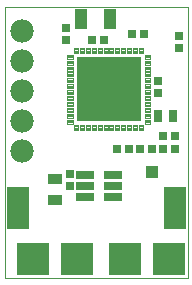
<source format=gbs>
G75*
%MOIN*%
%OFA0B0*%
%FSLAX25Y25*%
%IPPOS*%
%LPD*%
%AMOC8*
5,1,8,0,0,1.08239X$1,22.5*
%
%ADD10C,0.00000*%
%ADD11C,0.00443*%
%ADD12R,0.21654X0.21654*%
%ADD13R,0.02756X0.03150*%
%ADD14R,0.04331X0.07087*%
%ADD15R,0.03150X0.02756*%
%ADD16C,0.07794*%
%ADD17R,0.03150X0.03937*%
%ADD18R,0.11024X0.11024*%
%ADD19C,0.01575*%
%ADD20R,0.07480X0.07480*%
%ADD21R,0.06102X0.02717*%
%ADD22R,0.05118X0.03543*%
%ADD23R,0.04331X0.04331*%
D10*
X0051468Y0044415D02*
X0112491Y0044415D01*
X0112491Y0083785D01*
X0112491Y0079848D02*
X0112491Y0134966D01*
X0051468Y0134966D01*
X0051468Y0044415D01*
X0056625Y0047013D02*
X0056627Y0047061D01*
X0056633Y0047109D01*
X0056643Y0047156D01*
X0056656Y0047202D01*
X0056674Y0047247D01*
X0056694Y0047291D01*
X0056719Y0047333D01*
X0056747Y0047372D01*
X0056777Y0047409D01*
X0056811Y0047443D01*
X0056848Y0047475D01*
X0056886Y0047504D01*
X0056927Y0047529D01*
X0056970Y0047551D01*
X0057015Y0047569D01*
X0057061Y0047583D01*
X0057108Y0047594D01*
X0057156Y0047601D01*
X0057204Y0047604D01*
X0057252Y0047603D01*
X0057300Y0047598D01*
X0057348Y0047589D01*
X0057394Y0047577D01*
X0057439Y0047560D01*
X0057483Y0047540D01*
X0057525Y0047517D01*
X0057565Y0047490D01*
X0057603Y0047460D01*
X0057638Y0047427D01*
X0057670Y0047391D01*
X0057700Y0047353D01*
X0057726Y0047312D01*
X0057748Y0047269D01*
X0057768Y0047225D01*
X0057783Y0047180D01*
X0057795Y0047133D01*
X0057803Y0047085D01*
X0057807Y0047037D01*
X0057807Y0046989D01*
X0057803Y0046941D01*
X0057795Y0046893D01*
X0057783Y0046846D01*
X0057768Y0046801D01*
X0057748Y0046757D01*
X0057726Y0046714D01*
X0057700Y0046673D01*
X0057670Y0046635D01*
X0057638Y0046599D01*
X0057603Y0046566D01*
X0057565Y0046536D01*
X0057525Y0046509D01*
X0057483Y0046486D01*
X0057439Y0046466D01*
X0057394Y0046449D01*
X0057348Y0046437D01*
X0057300Y0046428D01*
X0057252Y0046423D01*
X0057204Y0046422D01*
X0057156Y0046425D01*
X0057108Y0046432D01*
X0057061Y0046443D01*
X0057015Y0046457D01*
X0056970Y0046475D01*
X0056927Y0046497D01*
X0056886Y0046522D01*
X0056848Y0046551D01*
X0056811Y0046583D01*
X0056777Y0046617D01*
X0056747Y0046654D01*
X0056719Y0046693D01*
X0056694Y0046735D01*
X0056674Y0046779D01*
X0056656Y0046824D01*
X0056643Y0046870D01*
X0056633Y0046917D01*
X0056627Y0046965D01*
X0056625Y0047013D01*
X0056625Y0054415D02*
X0056627Y0054463D01*
X0056633Y0054511D01*
X0056643Y0054558D01*
X0056656Y0054604D01*
X0056674Y0054649D01*
X0056694Y0054693D01*
X0056719Y0054735D01*
X0056747Y0054774D01*
X0056777Y0054811D01*
X0056811Y0054845D01*
X0056848Y0054877D01*
X0056886Y0054906D01*
X0056927Y0054931D01*
X0056970Y0054953D01*
X0057015Y0054971D01*
X0057061Y0054985D01*
X0057108Y0054996D01*
X0057156Y0055003D01*
X0057204Y0055006D01*
X0057252Y0055005D01*
X0057300Y0055000D01*
X0057348Y0054991D01*
X0057394Y0054979D01*
X0057439Y0054962D01*
X0057483Y0054942D01*
X0057525Y0054919D01*
X0057565Y0054892D01*
X0057603Y0054862D01*
X0057638Y0054829D01*
X0057670Y0054793D01*
X0057700Y0054755D01*
X0057726Y0054714D01*
X0057748Y0054671D01*
X0057768Y0054627D01*
X0057783Y0054582D01*
X0057795Y0054535D01*
X0057803Y0054487D01*
X0057807Y0054439D01*
X0057807Y0054391D01*
X0057803Y0054343D01*
X0057795Y0054295D01*
X0057783Y0054248D01*
X0057768Y0054203D01*
X0057748Y0054159D01*
X0057726Y0054116D01*
X0057700Y0054075D01*
X0057670Y0054037D01*
X0057638Y0054001D01*
X0057603Y0053968D01*
X0057565Y0053938D01*
X0057525Y0053911D01*
X0057483Y0053888D01*
X0057439Y0053868D01*
X0057394Y0053851D01*
X0057348Y0053839D01*
X0057300Y0053830D01*
X0057252Y0053825D01*
X0057204Y0053824D01*
X0057156Y0053827D01*
X0057108Y0053834D01*
X0057061Y0053845D01*
X0057015Y0053859D01*
X0056970Y0053877D01*
X0056927Y0053899D01*
X0056886Y0053924D01*
X0056848Y0053953D01*
X0056811Y0053985D01*
X0056777Y0054019D01*
X0056747Y0054056D01*
X0056719Y0054095D01*
X0056694Y0054137D01*
X0056674Y0054181D01*
X0056656Y0054226D01*
X0056643Y0054272D01*
X0056633Y0054319D01*
X0056627Y0054367D01*
X0056625Y0054415D01*
X0064026Y0054415D02*
X0064028Y0054463D01*
X0064034Y0054511D01*
X0064044Y0054558D01*
X0064057Y0054604D01*
X0064075Y0054649D01*
X0064095Y0054693D01*
X0064120Y0054735D01*
X0064148Y0054774D01*
X0064178Y0054811D01*
X0064212Y0054845D01*
X0064249Y0054877D01*
X0064287Y0054906D01*
X0064328Y0054931D01*
X0064371Y0054953D01*
X0064416Y0054971D01*
X0064462Y0054985D01*
X0064509Y0054996D01*
X0064557Y0055003D01*
X0064605Y0055006D01*
X0064653Y0055005D01*
X0064701Y0055000D01*
X0064749Y0054991D01*
X0064795Y0054979D01*
X0064840Y0054962D01*
X0064884Y0054942D01*
X0064926Y0054919D01*
X0064966Y0054892D01*
X0065004Y0054862D01*
X0065039Y0054829D01*
X0065071Y0054793D01*
X0065101Y0054755D01*
X0065127Y0054714D01*
X0065149Y0054671D01*
X0065169Y0054627D01*
X0065184Y0054582D01*
X0065196Y0054535D01*
X0065204Y0054487D01*
X0065208Y0054439D01*
X0065208Y0054391D01*
X0065204Y0054343D01*
X0065196Y0054295D01*
X0065184Y0054248D01*
X0065169Y0054203D01*
X0065149Y0054159D01*
X0065127Y0054116D01*
X0065101Y0054075D01*
X0065071Y0054037D01*
X0065039Y0054001D01*
X0065004Y0053968D01*
X0064966Y0053938D01*
X0064926Y0053911D01*
X0064884Y0053888D01*
X0064840Y0053868D01*
X0064795Y0053851D01*
X0064749Y0053839D01*
X0064701Y0053830D01*
X0064653Y0053825D01*
X0064605Y0053824D01*
X0064557Y0053827D01*
X0064509Y0053834D01*
X0064462Y0053845D01*
X0064416Y0053859D01*
X0064371Y0053877D01*
X0064328Y0053899D01*
X0064287Y0053924D01*
X0064249Y0053953D01*
X0064212Y0053985D01*
X0064178Y0054019D01*
X0064148Y0054056D01*
X0064120Y0054095D01*
X0064095Y0054137D01*
X0064075Y0054181D01*
X0064057Y0054226D01*
X0064044Y0054272D01*
X0064034Y0054319D01*
X0064028Y0054367D01*
X0064026Y0054415D01*
X0064026Y0047013D02*
X0064028Y0047061D01*
X0064034Y0047109D01*
X0064044Y0047156D01*
X0064057Y0047202D01*
X0064075Y0047247D01*
X0064095Y0047291D01*
X0064120Y0047333D01*
X0064148Y0047372D01*
X0064178Y0047409D01*
X0064212Y0047443D01*
X0064249Y0047475D01*
X0064287Y0047504D01*
X0064328Y0047529D01*
X0064371Y0047551D01*
X0064416Y0047569D01*
X0064462Y0047583D01*
X0064509Y0047594D01*
X0064557Y0047601D01*
X0064605Y0047604D01*
X0064653Y0047603D01*
X0064701Y0047598D01*
X0064749Y0047589D01*
X0064795Y0047577D01*
X0064840Y0047560D01*
X0064884Y0047540D01*
X0064926Y0047517D01*
X0064966Y0047490D01*
X0065004Y0047460D01*
X0065039Y0047427D01*
X0065071Y0047391D01*
X0065101Y0047353D01*
X0065127Y0047312D01*
X0065149Y0047269D01*
X0065169Y0047225D01*
X0065184Y0047180D01*
X0065196Y0047133D01*
X0065204Y0047085D01*
X0065208Y0047037D01*
X0065208Y0046989D01*
X0065204Y0046941D01*
X0065196Y0046893D01*
X0065184Y0046846D01*
X0065169Y0046801D01*
X0065149Y0046757D01*
X0065127Y0046714D01*
X0065101Y0046673D01*
X0065071Y0046635D01*
X0065039Y0046599D01*
X0065004Y0046566D01*
X0064966Y0046536D01*
X0064926Y0046509D01*
X0064884Y0046486D01*
X0064840Y0046466D01*
X0064795Y0046449D01*
X0064749Y0046437D01*
X0064701Y0046428D01*
X0064653Y0046423D01*
X0064605Y0046422D01*
X0064557Y0046425D01*
X0064509Y0046432D01*
X0064462Y0046443D01*
X0064416Y0046457D01*
X0064371Y0046475D01*
X0064328Y0046497D01*
X0064287Y0046522D01*
X0064249Y0046551D01*
X0064212Y0046583D01*
X0064178Y0046617D01*
X0064148Y0046654D01*
X0064120Y0046693D01*
X0064095Y0046735D01*
X0064075Y0046779D01*
X0064057Y0046824D01*
X0064044Y0046870D01*
X0064034Y0046917D01*
X0064028Y0046965D01*
X0064026Y0047013D01*
X0071192Y0047013D02*
X0071194Y0047061D01*
X0071200Y0047109D01*
X0071210Y0047156D01*
X0071223Y0047202D01*
X0071241Y0047247D01*
X0071261Y0047291D01*
X0071286Y0047333D01*
X0071314Y0047372D01*
X0071344Y0047409D01*
X0071378Y0047443D01*
X0071415Y0047475D01*
X0071453Y0047504D01*
X0071494Y0047529D01*
X0071537Y0047551D01*
X0071582Y0047569D01*
X0071628Y0047583D01*
X0071675Y0047594D01*
X0071723Y0047601D01*
X0071771Y0047604D01*
X0071819Y0047603D01*
X0071867Y0047598D01*
X0071915Y0047589D01*
X0071961Y0047577D01*
X0072006Y0047560D01*
X0072050Y0047540D01*
X0072092Y0047517D01*
X0072132Y0047490D01*
X0072170Y0047460D01*
X0072205Y0047427D01*
X0072237Y0047391D01*
X0072267Y0047353D01*
X0072293Y0047312D01*
X0072315Y0047269D01*
X0072335Y0047225D01*
X0072350Y0047180D01*
X0072362Y0047133D01*
X0072370Y0047085D01*
X0072374Y0047037D01*
X0072374Y0046989D01*
X0072370Y0046941D01*
X0072362Y0046893D01*
X0072350Y0046846D01*
X0072335Y0046801D01*
X0072315Y0046757D01*
X0072293Y0046714D01*
X0072267Y0046673D01*
X0072237Y0046635D01*
X0072205Y0046599D01*
X0072170Y0046566D01*
X0072132Y0046536D01*
X0072092Y0046509D01*
X0072050Y0046486D01*
X0072006Y0046466D01*
X0071961Y0046449D01*
X0071915Y0046437D01*
X0071867Y0046428D01*
X0071819Y0046423D01*
X0071771Y0046422D01*
X0071723Y0046425D01*
X0071675Y0046432D01*
X0071628Y0046443D01*
X0071582Y0046457D01*
X0071537Y0046475D01*
X0071494Y0046497D01*
X0071453Y0046522D01*
X0071415Y0046551D01*
X0071378Y0046583D01*
X0071344Y0046617D01*
X0071314Y0046654D01*
X0071286Y0046693D01*
X0071261Y0046735D01*
X0071241Y0046779D01*
X0071223Y0046824D01*
X0071210Y0046870D01*
X0071200Y0046917D01*
X0071194Y0046965D01*
X0071192Y0047013D01*
X0071192Y0054415D02*
X0071194Y0054463D01*
X0071200Y0054511D01*
X0071210Y0054558D01*
X0071223Y0054604D01*
X0071241Y0054649D01*
X0071261Y0054693D01*
X0071286Y0054735D01*
X0071314Y0054774D01*
X0071344Y0054811D01*
X0071378Y0054845D01*
X0071415Y0054877D01*
X0071453Y0054906D01*
X0071494Y0054931D01*
X0071537Y0054953D01*
X0071582Y0054971D01*
X0071628Y0054985D01*
X0071675Y0054996D01*
X0071723Y0055003D01*
X0071771Y0055006D01*
X0071819Y0055005D01*
X0071867Y0055000D01*
X0071915Y0054991D01*
X0071961Y0054979D01*
X0072006Y0054962D01*
X0072050Y0054942D01*
X0072092Y0054919D01*
X0072132Y0054892D01*
X0072170Y0054862D01*
X0072205Y0054829D01*
X0072237Y0054793D01*
X0072267Y0054755D01*
X0072293Y0054714D01*
X0072315Y0054671D01*
X0072335Y0054627D01*
X0072350Y0054582D01*
X0072362Y0054535D01*
X0072370Y0054487D01*
X0072374Y0054439D01*
X0072374Y0054391D01*
X0072370Y0054343D01*
X0072362Y0054295D01*
X0072350Y0054248D01*
X0072335Y0054203D01*
X0072315Y0054159D01*
X0072293Y0054116D01*
X0072267Y0054075D01*
X0072237Y0054037D01*
X0072205Y0054001D01*
X0072170Y0053968D01*
X0072132Y0053938D01*
X0072092Y0053911D01*
X0072050Y0053888D01*
X0072006Y0053868D01*
X0071961Y0053851D01*
X0071915Y0053839D01*
X0071867Y0053830D01*
X0071819Y0053825D01*
X0071771Y0053824D01*
X0071723Y0053827D01*
X0071675Y0053834D01*
X0071628Y0053845D01*
X0071582Y0053859D01*
X0071537Y0053877D01*
X0071494Y0053899D01*
X0071453Y0053924D01*
X0071415Y0053953D01*
X0071378Y0053985D01*
X0071344Y0054019D01*
X0071314Y0054056D01*
X0071286Y0054095D01*
X0071261Y0054137D01*
X0071241Y0054181D01*
X0071223Y0054226D01*
X0071210Y0054272D01*
X0071200Y0054319D01*
X0071194Y0054367D01*
X0071192Y0054415D01*
X0078593Y0054415D02*
X0078595Y0054463D01*
X0078601Y0054511D01*
X0078611Y0054558D01*
X0078624Y0054604D01*
X0078642Y0054649D01*
X0078662Y0054693D01*
X0078687Y0054735D01*
X0078715Y0054774D01*
X0078745Y0054811D01*
X0078779Y0054845D01*
X0078816Y0054877D01*
X0078854Y0054906D01*
X0078895Y0054931D01*
X0078938Y0054953D01*
X0078983Y0054971D01*
X0079029Y0054985D01*
X0079076Y0054996D01*
X0079124Y0055003D01*
X0079172Y0055006D01*
X0079220Y0055005D01*
X0079268Y0055000D01*
X0079316Y0054991D01*
X0079362Y0054979D01*
X0079407Y0054962D01*
X0079451Y0054942D01*
X0079493Y0054919D01*
X0079533Y0054892D01*
X0079571Y0054862D01*
X0079606Y0054829D01*
X0079638Y0054793D01*
X0079668Y0054755D01*
X0079694Y0054714D01*
X0079716Y0054671D01*
X0079736Y0054627D01*
X0079751Y0054582D01*
X0079763Y0054535D01*
X0079771Y0054487D01*
X0079775Y0054439D01*
X0079775Y0054391D01*
X0079771Y0054343D01*
X0079763Y0054295D01*
X0079751Y0054248D01*
X0079736Y0054203D01*
X0079716Y0054159D01*
X0079694Y0054116D01*
X0079668Y0054075D01*
X0079638Y0054037D01*
X0079606Y0054001D01*
X0079571Y0053968D01*
X0079533Y0053938D01*
X0079493Y0053911D01*
X0079451Y0053888D01*
X0079407Y0053868D01*
X0079362Y0053851D01*
X0079316Y0053839D01*
X0079268Y0053830D01*
X0079220Y0053825D01*
X0079172Y0053824D01*
X0079124Y0053827D01*
X0079076Y0053834D01*
X0079029Y0053845D01*
X0078983Y0053859D01*
X0078938Y0053877D01*
X0078895Y0053899D01*
X0078854Y0053924D01*
X0078816Y0053953D01*
X0078779Y0053985D01*
X0078745Y0054019D01*
X0078715Y0054056D01*
X0078687Y0054095D01*
X0078662Y0054137D01*
X0078642Y0054181D01*
X0078624Y0054226D01*
X0078611Y0054272D01*
X0078601Y0054319D01*
X0078595Y0054367D01*
X0078593Y0054415D01*
X0078593Y0047013D02*
X0078595Y0047061D01*
X0078601Y0047109D01*
X0078611Y0047156D01*
X0078624Y0047202D01*
X0078642Y0047247D01*
X0078662Y0047291D01*
X0078687Y0047333D01*
X0078715Y0047372D01*
X0078745Y0047409D01*
X0078779Y0047443D01*
X0078816Y0047475D01*
X0078854Y0047504D01*
X0078895Y0047529D01*
X0078938Y0047551D01*
X0078983Y0047569D01*
X0079029Y0047583D01*
X0079076Y0047594D01*
X0079124Y0047601D01*
X0079172Y0047604D01*
X0079220Y0047603D01*
X0079268Y0047598D01*
X0079316Y0047589D01*
X0079362Y0047577D01*
X0079407Y0047560D01*
X0079451Y0047540D01*
X0079493Y0047517D01*
X0079533Y0047490D01*
X0079571Y0047460D01*
X0079606Y0047427D01*
X0079638Y0047391D01*
X0079668Y0047353D01*
X0079694Y0047312D01*
X0079716Y0047269D01*
X0079736Y0047225D01*
X0079751Y0047180D01*
X0079763Y0047133D01*
X0079771Y0047085D01*
X0079775Y0047037D01*
X0079775Y0046989D01*
X0079771Y0046941D01*
X0079763Y0046893D01*
X0079751Y0046846D01*
X0079736Y0046801D01*
X0079716Y0046757D01*
X0079694Y0046714D01*
X0079668Y0046673D01*
X0079638Y0046635D01*
X0079606Y0046599D01*
X0079571Y0046566D01*
X0079533Y0046536D01*
X0079493Y0046509D01*
X0079451Y0046486D01*
X0079407Y0046466D01*
X0079362Y0046449D01*
X0079316Y0046437D01*
X0079268Y0046428D01*
X0079220Y0046423D01*
X0079172Y0046422D01*
X0079124Y0046425D01*
X0079076Y0046432D01*
X0079029Y0046443D01*
X0078983Y0046457D01*
X0078938Y0046475D01*
X0078895Y0046497D01*
X0078854Y0046522D01*
X0078816Y0046551D01*
X0078779Y0046583D01*
X0078745Y0046617D01*
X0078715Y0046654D01*
X0078687Y0046693D01*
X0078662Y0046735D01*
X0078642Y0046779D01*
X0078624Y0046824D01*
X0078611Y0046870D01*
X0078601Y0046917D01*
X0078595Y0046965D01*
X0078593Y0047013D01*
X0087333Y0047013D02*
X0087335Y0047061D01*
X0087341Y0047109D01*
X0087351Y0047156D01*
X0087364Y0047202D01*
X0087382Y0047247D01*
X0087402Y0047291D01*
X0087427Y0047333D01*
X0087455Y0047372D01*
X0087485Y0047409D01*
X0087519Y0047443D01*
X0087556Y0047475D01*
X0087594Y0047504D01*
X0087635Y0047529D01*
X0087678Y0047551D01*
X0087723Y0047569D01*
X0087769Y0047583D01*
X0087816Y0047594D01*
X0087864Y0047601D01*
X0087912Y0047604D01*
X0087960Y0047603D01*
X0088008Y0047598D01*
X0088056Y0047589D01*
X0088102Y0047577D01*
X0088147Y0047560D01*
X0088191Y0047540D01*
X0088233Y0047517D01*
X0088273Y0047490D01*
X0088311Y0047460D01*
X0088346Y0047427D01*
X0088378Y0047391D01*
X0088408Y0047353D01*
X0088434Y0047312D01*
X0088456Y0047269D01*
X0088476Y0047225D01*
X0088491Y0047180D01*
X0088503Y0047133D01*
X0088511Y0047085D01*
X0088515Y0047037D01*
X0088515Y0046989D01*
X0088511Y0046941D01*
X0088503Y0046893D01*
X0088491Y0046846D01*
X0088476Y0046801D01*
X0088456Y0046757D01*
X0088434Y0046714D01*
X0088408Y0046673D01*
X0088378Y0046635D01*
X0088346Y0046599D01*
X0088311Y0046566D01*
X0088273Y0046536D01*
X0088233Y0046509D01*
X0088191Y0046486D01*
X0088147Y0046466D01*
X0088102Y0046449D01*
X0088056Y0046437D01*
X0088008Y0046428D01*
X0087960Y0046423D01*
X0087912Y0046422D01*
X0087864Y0046425D01*
X0087816Y0046432D01*
X0087769Y0046443D01*
X0087723Y0046457D01*
X0087678Y0046475D01*
X0087635Y0046497D01*
X0087594Y0046522D01*
X0087556Y0046551D01*
X0087519Y0046583D01*
X0087485Y0046617D01*
X0087455Y0046654D01*
X0087427Y0046693D01*
X0087402Y0046735D01*
X0087382Y0046779D01*
X0087364Y0046824D01*
X0087351Y0046870D01*
X0087341Y0046917D01*
X0087335Y0046965D01*
X0087333Y0047013D01*
X0087333Y0054415D02*
X0087335Y0054463D01*
X0087341Y0054511D01*
X0087351Y0054558D01*
X0087364Y0054604D01*
X0087382Y0054649D01*
X0087402Y0054693D01*
X0087427Y0054735D01*
X0087455Y0054774D01*
X0087485Y0054811D01*
X0087519Y0054845D01*
X0087556Y0054877D01*
X0087594Y0054906D01*
X0087635Y0054931D01*
X0087678Y0054953D01*
X0087723Y0054971D01*
X0087769Y0054985D01*
X0087816Y0054996D01*
X0087864Y0055003D01*
X0087912Y0055006D01*
X0087960Y0055005D01*
X0088008Y0055000D01*
X0088056Y0054991D01*
X0088102Y0054979D01*
X0088147Y0054962D01*
X0088191Y0054942D01*
X0088233Y0054919D01*
X0088273Y0054892D01*
X0088311Y0054862D01*
X0088346Y0054829D01*
X0088378Y0054793D01*
X0088408Y0054755D01*
X0088434Y0054714D01*
X0088456Y0054671D01*
X0088476Y0054627D01*
X0088491Y0054582D01*
X0088503Y0054535D01*
X0088511Y0054487D01*
X0088515Y0054439D01*
X0088515Y0054391D01*
X0088511Y0054343D01*
X0088503Y0054295D01*
X0088491Y0054248D01*
X0088476Y0054203D01*
X0088456Y0054159D01*
X0088434Y0054116D01*
X0088408Y0054075D01*
X0088378Y0054037D01*
X0088346Y0054001D01*
X0088311Y0053968D01*
X0088273Y0053938D01*
X0088233Y0053911D01*
X0088191Y0053888D01*
X0088147Y0053868D01*
X0088102Y0053851D01*
X0088056Y0053839D01*
X0088008Y0053830D01*
X0087960Y0053825D01*
X0087912Y0053824D01*
X0087864Y0053827D01*
X0087816Y0053834D01*
X0087769Y0053845D01*
X0087723Y0053859D01*
X0087678Y0053877D01*
X0087635Y0053899D01*
X0087594Y0053924D01*
X0087556Y0053953D01*
X0087519Y0053985D01*
X0087485Y0054019D01*
X0087455Y0054056D01*
X0087427Y0054095D01*
X0087402Y0054137D01*
X0087382Y0054181D01*
X0087364Y0054226D01*
X0087351Y0054272D01*
X0087341Y0054319D01*
X0087335Y0054367D01*
X0087333Y0054415D01*
X0094735Y0054415D02*
X0094737Y0054463D01*
X0094743Y0054511D01*
X0094753Y0054558D01*
X0094766Y0054604D01*
X0094784Y0054649D01*
X0094804Y0054693D01*
X0094829Y0054735D01*
X0094857Y0054774D01*
X0094887Y0054811D01*
X0094921Y0054845D01*
X0094958Y0054877D01*
X0094996Y0054906D01*
X0095037Y0054931D01*
X0095080Y0054953D01*
X0095125Y0054971D01*
X0095171Y0054985D01*
X0095218Y0054996D01*
X0095266Y0055003D01*
X0095314Y0055006D01*
X0095362Y0055005D01*
X0095410Y0055000D01*
X0095458Y0054991D01*
X0095504Y0054979D01*
X0095549Y0054962D01*
X0095593Y0054942D01*
X0095635Y0054919D01*
X0095675Y0054892D01*
X0095713Y0054862D01*
X0095748Y0054829D01*
X0095780Y0054793D01*
X0095810Y0054755D01*
X0095836Y0054714D01*
X0095858Y0054671D01*
X0095878Y0054627D01*
X0095893Y0054582D01*
X0095905Y0054535D01*
X0095913Y0054487D01*
X0095917Y0054439D01*
X0095917Y0054391D01*
X0095913Y0054343D01*
X0095905Y0054295D01*
X0095893Y0054248D01*
X0095878Y0054203D01*
X0095858Y0054159D01*
X0095836Y0054116D01*
X0095810Y0054075D01*
X0095780Y0054037D01*
X0095748Y0054001D01*
X0095713Y0053968D01*
X0095675Y0053938D01*
X0095635Y0053911D01*
X0095593Y0053888D01*
X0095549Y0053868D01*
X0095504Y0053851D01*
X0095458Y0053839D01*
X0095410Y0053830D01*
X0095362Y0053825D01*
X0095314Y0053824D01*
X0095266Y0053827D01*
X0095218Y0053834D01*
X0095171Y0053845D01*
X0095125Y0053859D01*
X0095080Y0053877D01*
X0095037Y0053899D01*
X0094996Y0053924D01*
X0094958Y0053953D01*
X0094921Y0053985D01*
X0094887Y0054019D01*
X0094857Y0054056D01*
X0094829Y0054095D01*
X0094804Y0054137D01*
X0094784Y0054181D01*
X0094766Y0054226D01*
X0094753Y0054272D01*
X0094743Y0054319D01*
X0094737Y0054367D01*
X0094735Y0054415D01*
X0094735Y0047013D02*
X0094737Y0047061D01*
X0094743Y0047109D01*
X0094753Y0047156D01*
X0094766Y0047202D01*
X0094784Y0047247D01*
X0094804Y0047291D01*
X0094829Y0047333D01*
X0094857Y0047372D01*
X0094887Y0047409D01*
X0094921Y0047443D01*
X0094958Y0047475D01*
X0094996Y0047504D01*
X0095037Y0047529D01*
X0095080Y0047551D01*
X0095125Y0047569D01*
X0095171Y0047583D01*
X0095218Y0047594D01*
X0095266Y0047601D01*
X0095314Y0047604D01*
X0095362Y0047603D01*
X0095410Y0047598D01*
X0095458Y0047589D01*
X0095504Y0047577D01*
X0095549Y0047560D01*
X0095593Y0047540D01*
X0095635Y0047517D01*
X0095675Y0047490D01*
X0095713Y0047460D01*
X0095748Y0047427D01*
X0095780Y0047391D01*
X0095810Y0047353D01*
X0095836Y0047312D01*
X0095858Y0047269D01*
X0095878Y0047225D01*
X0095893Y0047180D01*
X0095905Y0047133D01*
X0095913Y0047085D01*
X0095917Y0047037D01*
X0095917Y0046989D01*
X0095913Y0046941D01*
X0095905Y0046893D01*
X0095893Y0046846D01*
X0095878Y0046801D01*
X0095858Y0046757D01*
X0095836Y0046714D01*
X0095810Y0046673D01*
X0095780Y0046635D01*
X0095748Y0046599D01*
X0095713Y0046566D01*
X0095675Y0046536D01*
X0095635Y0046509D01*
X0095593Y0046486D01*
X0095549Y0046466D01*
X0095504Y0046449D01*
X0095458Y0046437D01*
X0095410Y0046428D01*
X0095362Y0046423D01*
X0095314Y0046422D01*
X0095266Y0046425D01*
X0095218Y0046432D01*
X0095171Y0046443D01*
X0095125Y0046457D01*
X0095080Y0046475D01*
X0095037Y0046497D01*
X0094996Y0046522D01*
X0094958Y0046551D01*
X0094921Y0046583D01*
X0094887Y0046617D01*
X0094857Y0046654D01*
X0094829Y0046693D01*
X0094804Y0046735D01*
X0094784Y0046779D01*
X0094766Y0046824D01*
X0094753Y0046870D01*
X0094743Y0046917D01*
X0094737Y0046965D01*
X0094735Y0047013D01*
X0101900Y0047013D02*
X0101902Y0047061D01*
X0101908Y0047109D01*
X0101918Y0047156D01*
X0101931Y0047202D01*
X0101949Y0047247D01*
X0101969Y0047291D01*
X0101994Y0047333D01*
X0102022Y0047372D01*
X0102052Y0047409D01*
X0102086Y0047443D01*
X0102123Y0047475D01*
X0102161Y0047504D01*
X0102202Y0047529D01*
X0102245Y0047551D01*
X0102290Y0047569D01*
X0102336Y0047583D01*
X0102383Y0047594D01*
X0102431Y0047601D01*
X0102479Y0047604D01*
X0102527Y0047603D01*
X0102575Y0047598D01*
X0102623Y0047589D01*
X0102669Y0047577D01*
X0102714Y0047560D01*
X0102758Y0047540D01*
X0102800Y0047517D01*
X0102840Y0047490D01*
X0102878Y0047460D01*
X0102913Y0047427D01*
X0102945Y0047391D01*
X0102975Y0047353D01*
X0103001Y0047312D01*
X0103023Y0047269D01*
X0103043Y0047225D01*
X0103058Y0047180D01*
X0103070Y0047133D01*
X0103078Y0047085D01*
X0103082Y0047037D01*
X0103082Y0046989D01*
X0103078Y0046941D01*
X0103070Y0046893D01*
X0103058Y0046846D01*
X0103043Y0046801D01*
X0103023Y0046757D01*
X0103001Y0046714D01*
X0102975Y0046673D01*
X0102945Y0046635D01*
X0102913Y0046599D01*
X0102878Y0046566D01*
X0102840Y0046536D01*
X0102800Y0046509D01*
X0102758Y0046486D01*
X0102714Y0046466D01*
X0102669Y0046449D01*
X0102623Y0046437D01*
X0102575Y0046428D01*
X0102527Y0046423D01*
X0102479Y0046422D01*
X0102431Y0046425D01*
X0102383Y0046432D01*
X0102336Y0046443D01*
X0102290Y0046457D01*
X0102245Y0046475D01*
X0102202Y0046497D01*
X0102161Y0046522D01*
X0102123Y0046551D01*
X0102086Y0046583D01*
X0102052Y0046617D01*
X0102022Y0046654D01*
X0101994Y0046693D01*
X0101969Y0046735D01*
X0101949Y0046779D01*
X0101931Y0046824D01*
X0101918Y0046870D01*
X0101908Y0046917D01*
X0101902Y0046965D01*
X0101900Y0047013D01*
X0101900Y0054415D02*
X0101902Y0054463D01*
X0101908Y0054511D01*
X0101918Y0054558D01*
X0101931Y0054604D01*
X0101949Y0054649D01*
X0101969Y0054693D01*
X0101994Y0054735D01*
X0102022Y0054774D01*
X0102052Y0054811D01*
X0102086Y0054845D01*
X0102123Y0054877D01*
X0102161Y0054906D01*
X0102202Y0054931D01*
X0102245Y0054953D01*
X0102290Y0054971D01*
X0102336Y0054985D01*
X0102383Y0054996D01*
X0102431Y0055003D01*
X0102479Y0055006D01*
X0102527Y0055005D01*
X0102575Y0055000D01*
X0102623Y0054991D01*
X0102669Y0054979D01*
X0102714Y0054962D01*
X0102758Y0054942D01*
X0102800Y0054919D01*
X0102840Y0054892D01*
X0102878Y0054862D01*
X0102913Y0054829D01*
X0102945Y0054793D01*
X0102975Y0054755D01*
X0103001Y0054714D01*
X0103023Y0054671D01*
X0103043Y0054627D01*
X0103058Y0054582D01*
X0103070Y0054535D01*
X0103078Y0054487D01*
X0103082Y0054439D01*
X0103082Y0054391D01*
X0103078Y0054343D01*
X0103070Y0054295D01*
X0103058Y0054248D01*
X0103043Y0054203D01*
X0103023Y0054159D01*
X0103001Y0054116D01*
X0102975Y0054075D01*
X0102945Y0054037D01*
X0102913Y0054001D01*
X0102878Y0053968D01*
X0102840Y0053938D01*
X0102800Y0053911D01*
X0102758Y0053888D01*
X0102714Y0053868D01*
X0102669Y0053851D01*
X0102623Y0053839D01*
X0102575Y0053830D01*
X0102527Y0053825D01*
X0102479Y0053824D01*
X0102431Y0053827D01*
X0102383Y0053834D01*
X0102336Y0053845D01*
X0102290Y0053859D01*
X0102245Y0053877D01*
X0102202Y0053899D01*
X0102161Y0053924D01*
X0102123Y0053953D01*
X0102086Y0053985D01*
X0102052Y0054019D01*
X0102022Y0054056D01*
X0101994Y0054095D01*
X0101969Y0054137D01*
X0101949Y0054181D01*
X0101931Y0054226D01*
X0101918Y0054272D01*
X0101908Y0054319D01*
X0101902Y0054367D01*
X0101900Y0054415D01*
X0109302Y0054415D02*
X0109304Y0054463D01*
X0109310Y0054511D01*
X0109320Y0054558D01*
X0109333Y0054604D01*
X0109351Y0054649D01*
X0109371Y0054693D01*
X0109396Y0054735D01*
X0109424Y0054774D01*
X0109454Y0054811D01*
X0109488Y0054845D01*
X0109525Y0054877D01*
X0109563Y0054906D01*
X0109604Y0054931D01*
X0109647Y0054953D01*
X0109692Y0054971D01*
X0109738Y0054985D01*
X0109785Y0054996D01*
X0109833Y0055003D01*
X0109881Y0055006D01*
X0109929Y0055005D01*
X0109977Y0055000D01*
X0110025Y0054991D01*
X0110071Y0054979D01*
X0110116Y0054962D01*
X0110160Y0054942D01*
X0110202Y0054919D01*
X0110242Y0054892D01*
X0110280Y0054862D01*
X0110315Y0054829D01*
X0110347Y0054793D01*
X0110377Y0054755D01*
X0110403Y0054714D01*
X0110425Y0054671D01*
X0110445Y0054627D01*
X0110460Y0054582D01*
X0110472Y0054535D01*
X0110480Y0054487D01*
X0110484Y0054439D01*
X0110484Y0054391D01*
X0110480Y0054343D01*
X0110472Y0054295D01*
X0110460Y0054248D01*
X0110445Y0054203D01*
X0110425Y0054159D01*
X0110403Y0054116D01*
X0110377Y0054075D01*
X0110347Y0054037D01*
X0110315Y0054001D01*
X0110280Y0053968D01*
X0110242Y0053938D01*
X0110202Y0053911D01*
X0110160Y0053888D01*
X0110116Y0053868D01*
X0110071Y0053851D01*
X0110025Y0053839D01*
X0109977Y0053830D01*
X0109929Y0053825D01*
X0109881Y0053824D01*
X0109833Y0053827D01*
X0109785Y0053834D01*
X0109738Y0053845D01*
X0109692Y0053859D01*
X0109647Y0053877D01*
X0109604Y0053899D01*
X0109563Y0053924D01*
X0109525Y0053953D01*
X0109488Y0053985D01*
X0109454Y0054019D01*
X0109424Y0054056D01*
X0109396Y0054095D01*
X0109371Y0054137D01*
X0109351Y0054181D01*
X0109333Y0054226D01*
X0109320Y0054272D01*
X0109310Y0054319D01*
X0109304Y0054367D01*
X0109302Y0054415D01*
X0109302Y0047013D02*
X0109304Y0047061D01*
X0109310Y0047109D01*
X0109320Y0047156D01*
X0109333Y0047202D01*
X0109351Y0047247D01*
X0109371Y0047291D01*
X0109396Y0047333D01*
X0109424Y0047372D01*
X0109454Y0047409D01*
X0109488Y0047443D01*
X0109525Y0047475D01*
X0109563Y0047504D01*
X0109604Y0047529D01*
X0109647Y0047551D01*
X0109692Y0047569D01*
X0109738Y0047583D01*
X0109785Y0047594D01*
X0109833Y0047601D01*
X0109881Y0047604D01*
X0109929Y0047603D01*
X0109977Y0047598D01*
X0110025Y0047589D01*
X0110071Y0047577D01*
X0110116Y0047560D01*
X0110160Y0047540D01*
X0110202Y0047517D01*
X0110242Y0047490D01*
X0110280Y0047460D01*
X0110315Y0047427D01*
X0110347Y0047391D01*
X0110377Y0047353D01*
X0110403Y0047312D01*
X0110425Y0047269D01*
X0110445Y0047225D01*
X0110460Y0047180D01*
X0110472Y0047133D01*
X0110480Y0047085D01*
X0110484Y0047037D01*
X0110484Y0046989D01*
X0110480Y0046941D01*
X0110472Y0046893D01*
X0110460Y0046846D01*
X0110445Y0046801D01*
X0110425Y0046757D01*
X0110403Y0046714D01*
X0110377Y0046673D01*
X0110347Y0046635D01*
X0110315Y0046599D01*
X0110280Y0046566D01*
X0110242Y0046536D01*
X0110202Y0046509D01*
X0110160Y0046486D01*
X0110116Y0046466D01*
X0110071Y0046449D01*
X0110025Y0046437D01*
X0109977Y0046428D01*
X0109929Y0046423D01*
X0109881Y0046422D01*
X0109833Y0046425D01*
X0109785Y0046432D01*
X0109738Y0046443D01*
X0109692Y0046457D01*
X0109647Y0046475D01*
X0109604Y0046497D01*
X0109563Y0046522D01*
X0109525Y0046551D01*
X0109488Y0046583D01*
X0109454Y0046617D01*
X0109424Y0046654D01*
X0109396Y0046693D01*
X0109371Y0046735D01*
X0109351Y0046779D01*
X0109333Y0046824D01*
X0109320Y0046870D01*
X0109310Y0046917D01*
X0109304Y0046965D01*
X0109302Y0047013D01*
D11*
X0096275Y0093692D02*
X0096275Y0095414D01*
X0097605Y0095414D01*
X0097605Y0093692D01*
X0096275Y0093692D01*
X0096275Y0094134D02*
X0097605Y0094134D01*
X0097605Y0094576D02*
X0096275Y0094576D01*
X0096275Y0095018D02*
X0097605Y0095018D01*
X0098107Y0095915D02*
X0099829Y0095915D01*
X0098107Y0095915D02*
X0098107Y0097245D01*
X0099829Y0097245D01*
X0099829Y0095915D01*
X0099829Y0096357D02*
X0098107Y0096357D01*
X0098107Y0096799D02*
X0099829Y0096799D01*
X0099829Y0097241D02*
X0098107Y0097241D01*
X0098107Y0097884D02*
X0099829Y0097884D01*
X0098107Y0097884D02*
X0098107Y0099214D01*
X0099829Y0099214D01*
X0099829Y0097884D01*
X0099829Y0098326D02*
X0098107Y0098326D01*
X0098107Y0098768D02*
X0099829Y0098768D01*
X0099829Y0099210D02*
X0098107Y0099210D01*
X0098107Y0099852D02*
X0099829Y0099852D01*
X0098107Y0099852D02*
X0098107Y0101182D01*
X0099829Y0101182D01*
X0099829Y0099852D01*
X0099829Y0100294D02*
X0098107Y0100294D01*
X0098107Y0100736D02*
X0099829Y0100736D01*
X0099829Y0101178D02*
X0098107Y0101178D01*
X0098107Y0101821D02*
X0099829Y0101821D01*
X0098107Y0101821D02*
X0098107Y0103151D01*
X0099829Y0103151D01*
X0099829Y0101821D01*
X0099829Y0102263D02*
X0098107Y0102263D01*
X0098107Y0102705D02*
X0099829Y0102705D01*
X0099829Y0103147D02*
X0098107Y0103147D01*
X0098107Y0103789D02*
X0099829Y0103789D01*
X0098107Y0103789D02*
X0098107Y0105119D01*
X0099829Y0105119D01*
X0099829Y0103789D01*
X0099829Y0104231D02*
X0098107Y0104231D01*
X0098107Y0104673D02*
X0099829Y0104673D01*
X0099829Y0105115D02*
X0098107Y0105115D01*
X0098107Y0105758D02*
X0099829Y0105758D01*
X0098107Y0105758D02*
X0098107Y0107088D01*
X0099829Y0107088D01*
X0099829Y0105758D01*
X0099829Y0106200D02*
X0098107Y0106200D01*
X0098107Y0106642D02*
X0099829Y0106642D01*
X0099829Y0107084D02*
X0098107Y0107084D01*
X0098107Y0107726D02*
X0099829Y0107726D01*
X0098107Y0107726D02*
X0098107Y0109056D01*
X0099829Y0109056D01*
X0099829Y0107726D01*
X0099829Y0108168D02*
X0098107Y0108168D01*
X0098107Y0108610D02*
X0099829Y0108610D01*
X0099829Y0109052D02*
X0098107Y0109052D01*
X0098107Y0109695D02*
X0099829Y0109695D01*
X0098107Y0109695D02*
X0098107Y0111025D01*
X0099829Y0111025D01*
X0099829Y0109695D01*
X0099829Y0110137D02*
X0098107Y0110137D01*
X0098107Y0110579D02*
X0099829Y0110579D01*
X0099829Y0111021D02*
X0098107Y0111021D01*
X0098107Y0111663D02*
X0099829Y0111663D01*
X0098107Y0111663D02*
X0098107Y0112993D01*
X0099829Y0112993D01*
X0099829Y0111663D01*
X0099829Y0112105D02*
X0098107Y0112105D01*
X0098107Y0112547D02*
X0099829Y0112547D01*
X0099829Y0112989D02*
X0098107Y0112989D01*
X0098107Y0113632D02*
X0099829Y0113632D01*
X0098107Y0113632D02*
X0098107Y0114962D01*
X0099829Y0114962D01*
X0099829Y0113632D01*
X0099829Y0114074D02*
X0098107Y0114074D01*
X0098107Y0114516D02*
X0099829Y0114516D01*
X0099829Y0114958D02*
X0098107Y0114958D01*
X0098107Y0115600D02*
X0099829Y0115600D01*
X0098107Y0115600D02*
X0098107Y0116930D01*
X0099829Y0116930D01*
X0099829Y0115600D01*
X0099829Y0116042D02*
X0098107Y0116042D01*
X0098107Y0116484D02*
X0099829Y0116484D01*
X0099829Y0116926D02*
X0098107Y0116926D01*
X0098107Y0117569D02*
X0099829Y0117569D01*
X0098107Y0117569D02*
X0098107Y0118899D01*
X0099829Y0118899D01*
X0099829Y0117569D01*
X0099829Y0118011D02*
X0098107Y0118011D01*
X0098107Y0118453D02*
X0099829Y0118453D01*
X0099829Y0118895D02*
X0098107Y0118895D01*
X0097605Y0119400D02*
X0097605Y0121122D01*
X0097605Y0119400D02*
X0096275Y0119400D01*
X0096275Y0121122D01*
X0097605Y0121122D01*
X0097605Y0119842D02*
X0096275Y0119842D01*
X0096275Y0120284D02*
X0097605Y0120284D01*
X0097605Y0120726D02*
X0096275Y0120726D01*
X0095637Y0121122D02*
X0095637Y0119400D01*
X0094307Y0119400D01*
X0094307Y0121122D01*
X0095637Y0121122D01*
X0095637Y0119842D02*
X0094307Y0119842D01*
X0094307Y0120284D02*
X0095637Y0120284D01*
X0095637Y0120726D02*
X0094307Y0120726D01*
X0093668Y0121122D02*
X0093668Y0119400D01*
X0092338Y0119400D01*
X0092338Y0121122D01*
X0093668Y0121122D01*
X0093668Y0119842D02*
X0092338Y0119842D01*
X0092338Y0120284D02*
X0093668Y0120284D01*
X0093668Y0120726D02*
X0092338Y0120726D01*
X0091700Y0121122D02*
X0091700Y0119400D01*
X0090370Y0119400D01*
X0090370Y0121122D01*
X0091700Y0121122D01*
X0091700Y0119842D02*
X0090370Y0119842D01*
X0090370Y0120284D02*
X0091700Y0120284D01*
X0091700Y0120726D02*
X0090370Y0120726D01*
X0089731Y0121122D02*
X0089731Y0119400D01*
X0088401Y0119400D01*
X0088401Y0121122D01*
X0089731Y0121122D01*
X0089731Y0119842D02*
X0088401Y0119842D01*
X0088401Y0120284D02*
X0089731Y0120284D01*
X0089731Y0120726D02*
X0088401Y0120726D01*
X0087763Y0121122D02*
X0087763Y0119400D01*
X0086433Y0119400D01*
X0086433Y0121122D01*
X0087763Y0121122D01*
X0087763Y0119842D02*
X0086433Y0119842D01*
X0086433Y0120284D02*
X0087763Y0120284D01*
X0087763Y0120726D02*
X0086433Y0120726D01*
X0085794Y0121122D02*
X0085794Y0119400D01*
X0084464Y0119400D01*
X0084464Y0121122D01*
X0085794Y0121122D01*
X0085794Y0119842D02*
X0084464Y0119842D01*
X0084464Y0120284D02*
X0085794Y0120284D01*
X0085794Y0120726D02*
X0084464Y0120726D01*
X0083826Y0121122D02*
X0083826Y0119400D01*
X0082496Y0119400D01*
X0082496Y0121122D01*
X0083826Y0121122D01*
X0083826Y0119842D02*
X0082496Y0119842D01*
X0082496Y0120284D02*
X0083826Y0120284D01*
X0083826Y0120726D02*
X0082496Y0120726D01*
X0081857Y0121122D02*
X0081857Y0119400D01*
X0080527Y0119400D01*
X0080527Y0121122D01*
X0081857Y0121122D01*
X0081857Y0119842D02*
X0080527Y0119842D01*
X0080527Y0120284D02*
X0081857Y0120284D01*
X0081857Y0120726D02*
X0080527Y0120726D01*
X0079889Y0121122D02*
X0079889Y0119400D01*
X0078559Y0119400D01*
X0078559Y0121122D01*
X0079889Y0121122D01*
X0079889Y0119842D02*
X0078559Y0119842D01*
X0078559Y0120284D02*
X0079889Y0120284D01*
X0079889Y0120726D02*
X0078559Y0120726D01*
X0077920Y0121122D02*
X0077920Y0119400D01*
X0076590Y0119400D01*
X0076590Y0121122D01*
X0077920Y0121122D01*
X0077920Y0119842D02*
X0076590Y0119842D01*
X0076590Y0120284D02*
X0077920Y0120284D01*
X0077920Y0120726D02*
X0076590Y0120726D01*
X0075952Y0121122D02*
X0075952Y0119400D01*
X0074622Y0119400D01*
X0074622Y0121122D01*
X0075952Y0121122D01*
X0075952Y0119842D02*
X0074622Y0119842D01*
X0074622Y0120284D02*
X0075952Y0120284D01*
X0075952Y0120726D02*
X0074622Y0120726D01*
X0074120Y0118899D02*
X0072398Y0118899D01*
X0074120Y0118899D02*
X0074120Y0117569D01*
X0072398Y0117569D01*
X0072398Y0118899D01*
X0072398Y0118011D02*
X0074120Y0118011D01*
X0074120Y0118453D02*
X0072398Y0118453D01*
X0072398Y0118895D02*
X0074120Y0118895D01*
X0074120Y0116930D02*
X0072398Y0116930D01*
X0074120Y0116930D02*
X0074120Y0115600D01*
X0072398Y0115600D01*
X0072398Y0116930D01*
X0072398Y0116042D02*
X0074120Y0116042D01*
X0074120Y0116484D02*
X0072398Y0116484D01*
X0072398Y0116926D02*
X0074120Y0116926D01*
X0074120Y0114962D02*
X0072398Y0114962D01*
X0074120Y0114962D02*
X0074120Y0113632D01*
X0072398Y0113632D01*
X0072398Y0114962D01*
X0072398Y0114074D02*
X0074120Y0114074D01*
X0074120Y0114516D02*
X0072398Y0114516D01*
X0072398Y0114958D02*
X0074120Y0114958D01*
X0074120Y0112993D02*
X0072398Y0112993D01*
X0074120Y0112993D02*
X0074120Y0111663D01*
X0072398Y0111663D01*
X0072398Y0112993D01*
X0072398Y0112105D02*
X0074120Y0112105D01*
X0074120Y0112547D02*
X0072398Y0112547D01*
X0072398Y0112989D02*
X0074120Y0112989D01*
X0074120Y0111025D02*
X0072398Y0111025D01*
X0074120Y0111025D02*
X0074120Y0109695D01*
X0072398Y0109695D01*
X0072398Y0111025D01*
X0072398Y0110137D02*
X0074120Y0110137D01*
X0074120Y0110579D02*
X0072398Y0110579D01*
X0072398Y0111021D02*
X0074120Y0111021D01*
X0074120Y0109056D02*
X0072398Y0109056D01*
X0074120Y0109056D02*
X0074120Y0107726D01*
X0072398Y0107726D01*
X0072398Y0109056D01*
X0072398Y0108168D02*
X0074120Y0108168D01*
X0074120Y0108610D02*
X0072398Y0108610D01*
X0072398Y0109052D02*
X0074120Y0109052D01*
X0074120Y0107088D02*
X0072398Y0107088D01*
X0074120Y0107088D02*
X0074120Y0105758D01*
X0072398Y0105758D01*
X0072398Y0107088D01*
X0072398Y0106200D02*
X0074120Y0106200D01*
X0074120Y0106642D02*
X0072398Y0106642D01*
X0072398Y0107084D02*
X0074120Y0107084D01*
X0074120Y0105119D02*
X0072398Y0105119D01*
X0074120Y0105119D02*
X0074120Y0103789D01*
X0072398Y0103789D01*
X0072398Y0105119D01*
X0072398Y0104231D02*
X0074120Y0104231D01*
X0074120Y0104673D02*
X0072398Y0104673D01*
X0072398Y0105115D02*
X0074120Y0105115D01*
X0074120Y0103151D02*
X0072398Y0103151D01*
X0074120Y0103151D02*
X0074120Y0101821D01*
X0072398Y0101821D01*
X0072398Y0103151D01*
X0072398Y0102263D02*
X0074120Y0102263D01*
X0074120Y0102705D02*
X0072398Y0102705D01*
X0072398Y0103147D02*
X0074120Y0103147D01*
X0074120Y0101182D02*
X0072398Y0101182D01*
X0074120Y0101182D02*
X0074120Y0099852D01*
X0072398Y0099852D01*
X0072398Y0101182D01*
X0072398Y0100294D02*
X0074120Y0100294D01*
X0074120Y0100736D02*
X0072398Y0100736D01*
X0072398Y0101178D02*
X0074120Y0101178D01*
X0074120Y0099214D02*
X0072398Y0099214D01*
X0074120Y0099214D02*
X0074120Y0097884D01*
X0072398Y0097884D01*
X0072398Y0099214D01*
X0072398Y0098326D02*
X0074120Y0098326D01*
X0074120Y0098768D02*
X0072398Y0098768D01*
X0072398Y0099210D02*
X0074120Y0099210D01*
X0074120Y0097245D02*
X0072398Y0097245D01*
X0074120Y0097245D02*
X0074120Y0095915D01*
X0072398Y0095915D01*
X0072398Y0097245D01*
X0072398Y0096357D02*
X0074120Y0096357D01*
X0074120Y0096799D02*
X0072398Y0096799D01*
X0072398Y0097241D02*
X0074120Y0097241D01*
X0074622Y0095414D02*
X0074622Y0093692D01*
X0074622Y0095414D02*
X0075952Y0095414D01*
X0075952Y0093692D01*
X0074622Y0093692D01*
X0074622Y0094134D02*
X0075952Y0094134D01*
X0075952Y0094576D02*
X0074622Y0094576D01*
X0074622Y0095018D02*
X0075952Y0095018D01*
X0076590Y0095414D02*
X0076590Y0093692D01*
X0076590Y0095414D02*
X0077920Y0095414D01*
X0077920Y0093692D01*
X0076590Y0093692D01*
X0076590Y0094134D02*
X0077920Y0094134D01*
X0077920Y0094576D02*
X0076590Y0094576D01*
X0076590Y0095018D02*
X0077920Y0095018D01*
X0078559Y0095414D02*
X0078559Y0093692D01*
X0078559Y0095414D02*
X0079889Y0095414D01*
X0079889Y0093692D01*
X0078559Y0093692D01*
X0078559Y0094134D02*
X0079889Y0094134D01*
X0079889Y0094576D02*
X0078559Y0094576D01*
X0078559Y0095018D02*
X0079889Y0095018D01*
X0080527Y0095414D02*
X0080527Y0093692D01*
X0080527Y0095414D02*
X0081857Y0095414D01*
X0081857Y0093692D01*
X0080527Y0093692D01*
X0080527Y0094134D02*
X0081857Y0094134D01*
X0081857Y0094576D02*
X0080527Y0094576D01*
X0080527Y0095018D02*
X0081857Y0095018D01*
X0082496Y0095414D02*
X0082496Y0093692D01*
X0082496Y0095414D02*
X0083826Y0095414D01*
X0083826Y0093692D01*
X0082496Y0093692D01*
X0082496Y0094134D02*
X0083826Y0094134D01*
X0083826Y0094576D02*
X0082496Y0094576D01*
X0082496Y0095018D02*
X0083826Y0095018D01*
X0084464Y0095414D02*
X0084464Y0093692D01*
X0084464Y0095414D02*
X0085794Y0095414D01*
X0085794Y0093692D01*
X0084464Y0093692D01*
X0084464Y0094134D02*
X0085794Y0094134D01*
X0085794Y0094576D02*
X0084464Y0094576D01*
X0084464Y0095018D02*
X0085794Y0095018D01*
X0086433Y0095414D02*
X0086433Y0093692D01*
X0086433Y0095414D02*
X0087763Y0095414D01*
X0087763Y0093692D01*
X0086433Y0093692D01*
X0086433Y0094134D02*
X0087763Y0094134D01*
X0087763Y0094576D02*
X0086433Y0094576D01*
X0086433Y0095018D02*
X0087763Y0095018D01*
X0088401Y0095414D02*
X0088401Y0093692D01*
X0088401Y0095414D02*
X0089731Y0095414D01*
X0089731Y0093692D01*
X0088401Y0093692D01*
X0088401Y0094134D02*
X0089731Y0094134D01*
X0089731Y0094576D02*
X0088401Y0094576D01*
X0088401Y0095018D02*
X0089731Y0095018D01*
X0090370Y0095414D02*
X0090370Y0093692D01*
X0090370Y0095414D02*
X0091700Y0095414D01*
X0091700Y0093692D01*
X0090370Y0093692D01*
X0090370Y0094134D02*
X0091700Y0094134D01*
X0091700Y0094576D02*
X0090370Y0094576D01*
X0090370Y0095018D02*
X0091700Y0095018D01*
X0092338Y0095414D02*
X0092338Y0093692D01*
X0092338Y0095414D02*
X0093668Y0095414D01*
X0093668Y0093692D01*
X0092338Y0093692D01*
X0092338Y0094134D02*
X0093668Y0094134D01*
X0093668Y0094576D02*
X0092338Y0094576D01*
X0092338Y0095018D02*
X0093668Y0095018D01*
X0094307Y0095414D02*
X0094307Y0093692D01*
X0094307Y0095414D02*
X0095637Y0095414D01*
X0095637Y0093692D01*
X0094307Y0093692D01*
X0094307Y0094134D02*
X0095637Y0094134D01*
X0095637Y0094576D02*
X0094307Y0094576D01*
X0094307Y0095018D02*
X0095637Y0095018D01*
D12*
X0086113Y0107407D03*
D13*
X0084539Y0123943D03*
X0080602Y0123943D03*
X0093987Y0125911D03*
X0097924Y0125911D03*
X0104420Y0091856D03*
X0108357Y0091856D03*
X0108357Y0087368D03*
X0104420Y0087368D03*
X0100680Y0087328D03*
X0096743Y0087328D03*
X0092846Y0087328D03*
X0088909Y0087328D03*
D14*
X0086704Y0130832D03*
X0076861Y0130832D03*
D15*
X0071940Y0127880D03*
X0071940Y0123943D03*
X0102570Y0110084D03*
X0102570Y0106147D03*
X0109735Y0121187D03*
X0109735Y0125124D03*
X0073121Y0079061D03*
X0073121Y0075124D03*
D16*
X0057373Y0086935D03*
X0057373Y0096935D03*
X0057373Y0106935D03*
X0057373Y0116935D03*
X0057373Y0126935D03*
D17*
X0102452Y0098549D03*
X0107570Y0098549D03*
D18*
X0106192Y0050714D03*
X0091625Y0050714D03*
X0075483Y0050714D03*
X0060917Y0050714D03*
D19*
X0064617Y0054415D03*
X0057216Y0054415D03*
X0057216Y0047013D03*
X0064617Y0047013D03*
X0071783Y0047013D03*
X0079184Y0047013D03*
X0079184Y0054415D03*
X0071783Y0054415D03*
X0087924Y0054415D03*
X0087924Y0047013D03*
X0095326Y0047013D03*
X0102491Y0047013D03*
X0109893Y0047013D03*
X0109893Y0054415D03*
X0102491Y0054415D03*
X0095326Y0054415D03*
D20*
X0108121Y0064336D03*
X0108121Y0071187D03*
X0056035Y0071187D03*
X0056035Y0064336D03*
D21*
X0078417Y0071384D03*
X0078417Y0075124D03*
X0078417Y0078864D03*
X0087511Y0078864D03*
X0087511Y0075124D03*
X0087511Y0071384D03*
D22*
X0068397Y0070399D03*
X0068397Y0077486D03*
D23*
X0100680Y0079848D03*
M02*

</source>
